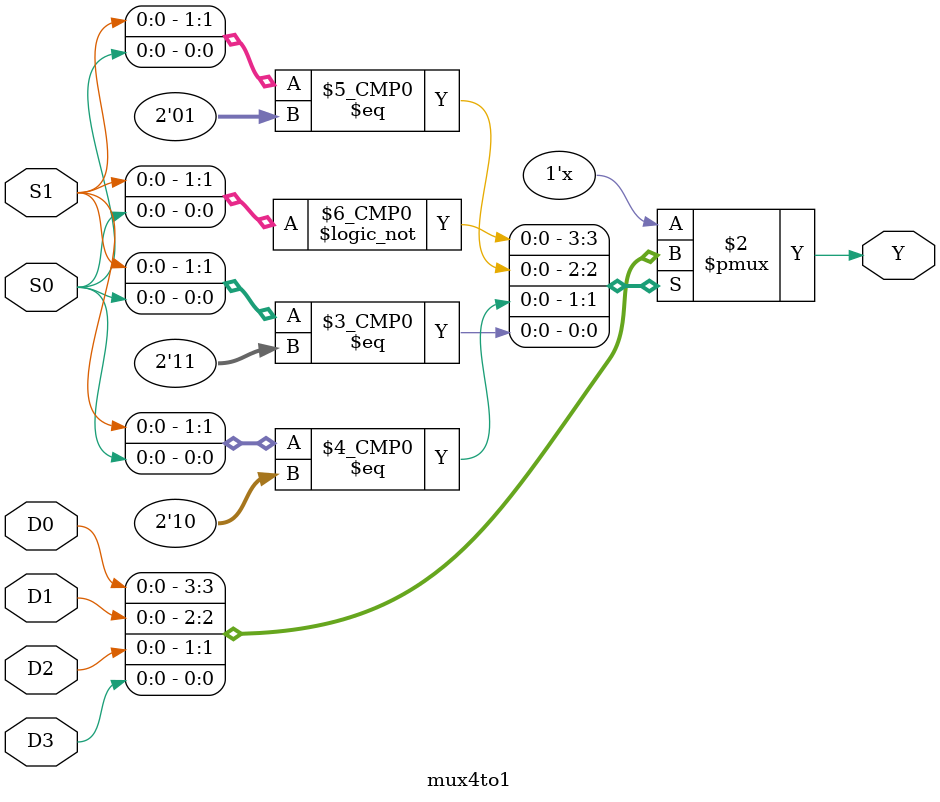
<source format=v>
module mux4to1 (
    input D0, D1, D2, D3,
    input S0, S1,
    output Y
);
    
    // This module selects one of four inputs based on 2-bit control signals S1 and S0
    always @(*) begin
        case ({S1, S0})  // Combine S1 (MSB) and S0 (LSB) into a 2-bit address
            2'b00: Y = D0;  // Select D0 when S1=0, S0=0
            2'b01: Y = D1;  // Select D1 when S1=0, S0=1
            2'b10: Y = D2;  // Select D2 when S1=1, S0=0
            2'b11: Y = D3;  // Select D3 when S1=1, S0=1
        endcase
    end
    
endmodule
</source>
